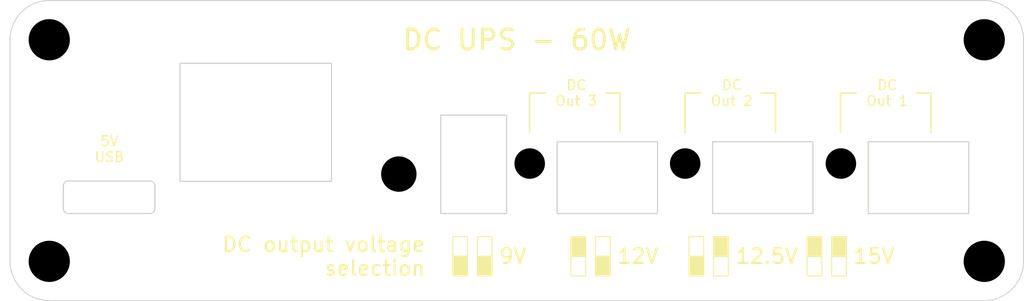
<source format=kicad_pcb>
(kicad_pcb (version 20211014) (generator pcbnew)
  (layers (0 "F.Cu" signal) (31 "B.Cu" signal) (34 "B.Paste" user) (35 "F.Paste" user) (36 "B.SilkS" user "B.Silkscreen") (37 "F.SilkS" user "F.Silkscreen") (38 "B.Mask" user) (39 "F.Mask" user) (44 "Edge.Cuts" user))
  (net 0 "")
  (footprint "Frontpanel:USB-C_C167321" (layer "F.Cu") (at 60.075 71.65)
    (fp_text reference "REF**" hide)
    (fp_text value "USB-C_C167321")
    (fp_line (start 4.65 -2.8) (end 4.65 -0.5) (layer "Edge.Cuts") (width 0.12))
    (fp_line (start 4.15 0) (end -4.15 0) (layer "Edge.Cuts") (width 0.12))
    (fp_line (start -4.65 -0.5) (end -4.649999 -2.800001) (layer "Edge.Cuts") (width 0.12))
    (fp_line (start -4.15 -3.3) (end 4.150001 -3.299999) (layer "Edge.Cuts") (width 0.12))
    (fp_arc (start -4.150001 -0.000001) (mid -4.503554 -0.146447) (end -4.65 -0.5) (layer "Edge.Cuts") (width 0.12))
    (fp_arc (start 4.150001 -3.299999) (mid 4.503553 -3.153552) (end 4.65 -2.8) (layer "Edge.Cuts") (width 0.12))
    (fp_arc (start 4.649999 -0.499999) (mid 4.503552 -0.146447) (end 4.15 0) (layer "Edge.Cuts") (width 0.12))
    (fp_arc (start -4.649999 -2.800001) (mid -4.503553 -3.153554) (end -4.15 -3.3) (layer "Edge.Cuts") (width 0.12))
  )
  (footprint "" (layer "F.Cu") (at 149.01 53.99)
    (fp_text reference "" (at 0 0) (layer "F.SilkS") (effects (font (size 1.27 1.27))))
    (fp_text value "" (at 0 0) (layer "F.SilkS") (effects (font (size 1.27 1.27))))
    (pad "" np_thru_hole circle (at 0 0) (size 4.191 4.191) (drill 4.191) (layers *.Mask))
  )
  (footprint "Frontpanel:DipSwitch_C692490" (layer "F.Cu") (at 98.389505 71.65)
    (fp_text reference "REF**" hide)
    (fp_text value "DipSwitch_C692490")
    (fp_rect (start -4.62 0) (end 2.08 -10) (layer "Edge.Cuts") (width 0.12) (fill none))
  )
  (footprint "Frontpanel:Display_OLED_C2890608" (layer "F.Cu") (at 74.975 72.9375)
    (fp_text reference "REF**" hide)
    (fp_text value "Display_OLED_C2890608")
    (fp_rect (start -7.7 -4.55) (end 7.7 -16.55) (layer "Edge.Cuts") (width 0.12) (fill none))
  )
  (footprint "" (layer "F.Cu") (at 149.01 76.51)
    (fp_text reference "" (at 0 0) (layer "F.SilkS") (effects (font (size 1.27 1.27))))
    (fp_text value "" (at 0 0) (layer "F.SilkS") (effects (font (size 1.27 1.27))))
    (pad "" np_thru_hole circle (at 0 0) (size 4.191 4.191) (drill 4.191) (layers *.Mask))
  )
  (footprint "Frontpanel:Hole_0.165in" (layer "F.Cu") (at 53.99 76.51)
    (fp_text reference "REF**" hide)
    (fp_text value "Hole_0.165in")
    (pad "" np_thru_hole circle (at 0 0) (size 4.191 4.191) (drill 4.191) (layers *.Mask))
  )
  (footprint "Frontpanel:BarrelJack_C397334" (layer "F.Cu") (at 110.9 71.65)
    (fp_text reference "REF**" hide)
    (fp_text value "BarrelJack_C397334")
    (fp_rect (start -5.3 0) (end 4.9 -7.3) (layer "Edge.Cuts") (width 0.12) (fill none))
  )
  (footprint "Frontpanel:Button_C266183" (layer "F.Cu") (at 89.514505 71.65)
    (fp_text reference "REF**" hide)
    (fp_text value "Button_C266183")
    (pad "" np_thru_hole circle (at 0 -4.01) (size 3.6 3.6) (drill 3.6) (layers *.Mask))
  )
  (footprint "Frontpanel:IndicatorLED_C417352" (layer "F.Cu") (at 102.814505 71.65)
    (fp_text reference "REF**" hide)
    (fp_text value "IndicatorLED_C417352")
    (pad "" np_thru_hole circle (at 0 -5.08) (size 3.1 3.1) (drill 3.1) (layers *.Mask))
  )
  (footprint "Frontpanel:BarrelJack_C397334" (layer "F.Cu") (at 142.525 71.65)
    (fp_text reference "REF**" hide)
    (fp_text value "BarrelJack_C397334")
    (fp_rect (start -5.3 0) (end 4.9 -7.3) (layer "Edge.Cuts") (width 0.12) (fill none))
  )
  (footprint "Frontpanel:IndicatorLED_C417352" (layer "F.Cu") (at 118.614505 71.65)
    (fp_text reference "REF**" hide)
    (fp_text value "IndicatorLED_C417352")
    (pad "" np_thru_hole circle (at 0 -5.08) (size 3.1 3.1) (drill 3.1) (layers *.Mask))
  )
  (footprint "Frontpanel:IndicatorLED_C417352" (layer "F.Cu") (at 134.439505 71.65)
    (fp_text reference "REF**" hide)
    (fp_text value "IndicatorLED_C417352")
    (pad "" np_thru_hole circle (at 0 -5.08) (size 3.1 3.1) (drill 3.1) (layers *.Mask))
  )
  (footprint "Frontpanel:BarrelJack_C397334" (layer "F.Cu") (at 126.7 71.65)
    (fp_text reference "REF**" hide)
    (fp_text value "BarrelJack_C397334")
    (fp_rect (start -5.3 0) (end 4.9 -7.3) (layer "Edge.Cuts") (width 0.12) (fill none))
  )
  (footprint "Frontpanel:Hole_0.165in" (layer "F.Cu") (at 53.99 53.99)
    (fp_text reference "REF**" hide)
    (fp_text value "Hole_0.165in")
    (pad "" np_thru_hole circle (at 0 0) (size 4.191 4.191) (drill 4.191) (layers *.Mask))
  )
  (gr_line (start 127.8 63.4) (end 127.8 59.4) (layer "F.SilkS") (width 0.15))
  (gr_line (start 102.8 59.4) (end 104.4 59.4) (layer "F.SilkS") (width 0.15))
  (gr_rect (start 133.5 76) (end 135 74) (layer "F.SilkS") (width 0.1) (fill solid))
  (gr_rect (start 119 78) (end 120.5 76) (layer "F.SilkS") (width 0.1) (fill solid))
  (gr_rect (start 121.5 78) (end 123 76) (layer "F.SilkS") (width 0.1) (fill none))
  (gr_line (start 143.6 63.4) (end 143.6 59.4) (layer "F.SilkS") (width 0.15))
  (gr_rect (start 109.5 78) (end 111 76) (layer "F.SilkS") (width 0.1) (fill solid))
  (gr_line (start 102.8 63.4) (end 102.8 59.4) (layer "F.SilkS") (width 0.15))
  (gr_rect (start 95 76) (end 96.5 74) (layer "F.SilkS") (width 0.1) (fill none))
  (gr_rect (start 109.5 76) (end 111 74) (layer "F.SilkS") (width 0.1) (fill none))
  (gr_rect (start 95 78) (end 96.5 76) (layer "F.SilkS") (width 0.1) (fill solid))
  (gr_rect (start 97.5 78) (end 99 76) (layer "F.SilkS") (width 0.1) (fill solid))
  (gr_line (start 134.4 63.4) (end 134.4 59.4) (layer "F.SilkS") (width 0.15))
  (gr_rect (start 121.5 76) (end 123 74) (layer "F.SilkS") (width 0.1) (fill solid))
  (gr_rect (start 107 76) (end 108.5 74) (layer "F.SilkS") (width 0.1) (fill solid))
  (gr_line (start 127.8 59.4) (end 126.3 59.4) (layer "F.SilkS") (width 0.15))
  (gr_line (start 134.4 59.4) (end 136 59.4) (layer "F.SilkS") (width 0.15))
  (gr_line (start 112 59.4) (end 110.5 59.4) (layer "F.SilkS") (width 0.15))
  (gr_line (start 143.6 59.4) (end 142.1 59.4) (layer "F.SilkS") (width 0.15))
  (gr_rect (start 107 78) (end 108.5 76) (layer "F.SilkS") (width 0.1) (fill none))
  (gr_line (start 118.6 59.4) (end 120.2 59.4) (layer "F.SilkS") (width 0.15))
  (gr_line (start 118.6 63.4) (end 118.6 59.4) (layer "F.SilkS") (width 0.15))
  (gr_rect (start 131 76) (end 132.5 74) (layer "F.SilkS") (width 0.1) (fill solid))
  (gr_rect (start 97.5 76) (end 99 74) (layer "F.SilkS") (width 0.1) (fill none))
  (gr_rect (start 119 76) (end 120.5 74) (layer "F.SilkS") (width 0.1) (fill none))
  (gr_line (start 112 63.4) (end 112 59.4) (layer "F.SilkS") (width 0.15))
  (gr_rect (start 133.5 78) (end 135 76) (layer "F.SilkS") (width 0.1) (fill none))
  (gr_rect (start 131 78) (end 132.5 76) (layer "F.SilkS") (width 0.1) (fill none))
  (gr_arc (start 153 76.5) (mid 151.828427 79.328427) (end 149 80.5) (layer "Edge.Cuts") (width 0.1))
  (gr_line (start 149 80.5) (end 54 80.5) (layer "Edge.Cuts") (width 0.1))
  (gr_line (start 153 54) (end 153 76.5) (layer "Edge.Cuts") (width 0.1))
  (gr_arc (start 50 54) (mid 51.171573 51.171573) (end 54 50) (layer "Edge.Cuts") (width 0.1))
  (gr_arc (start 54 80.5) (mid 51.171573 79.328427) (end 50 76.5) (layer "Edge.Cuts") (width 0.1))
  (gr_line (start 50 76.5) (end 50 54) (layer "Edge.Cuts") (width 0.1))
  (gr_arc (start 149 50) (mid 151.828427 51.171573) (end 153 54) (layer "Edge.Cuts") (width 0.1))
  (gr_line (start 149 50) (end 54 50) (layer "Edge.Cuts") (width 0.1))
  (gr_text "15V" (at 137.8 76) (layer "F.SilkS") (effects (font (size 1.5 1.5) (thickness 0.22))))
  (gr_text "DC output voltage\nselection" (at 92.3 76) (layer "F.SilkS") (effects (font (size 1.5 1.5) (thickness 0.22)) (justify right)))
  (gr_text "12.5V" (at 126.9 76) (layer "F.SilkS") (effects (font (size 1.5 1.5) (thickness 0.22))))
  (gr_text "DC UPS - 60W" (at 101.5 54) (layer "F.SilkS") (effects (font (size 2 2) (thickness 0.3))))
  (gr_text "9V" (at 101.1 76) (layer "F.SilkS") (effects (font (size 1.5 1.5) (thickness 0.22))))
  (gr_text "DC\nOut 1" (at 139.15 59.4) (layer "F.SilkS") (effects (font (size 1 1))))
  (gr_text "5V\nUSB" (at 60.1 65.1) (layer "F.SilkS") (effects (font (size 1 1))))
  (gr_text "DC\nOut 3" (at 107.55 59.4) (layer "F.SilkS") (effects (font (size 1 1))))
  (gr_text "12V" (at 113.8 76) (layer "F.SilkS") (effects (font (size 1.5 1.5) (thickness 0.22))))
  (gr_text "DC\nOut 2" (at 123.35 59.4) (layer "F.SilkS") (effects (font (size 1 1))))
)
</source>
